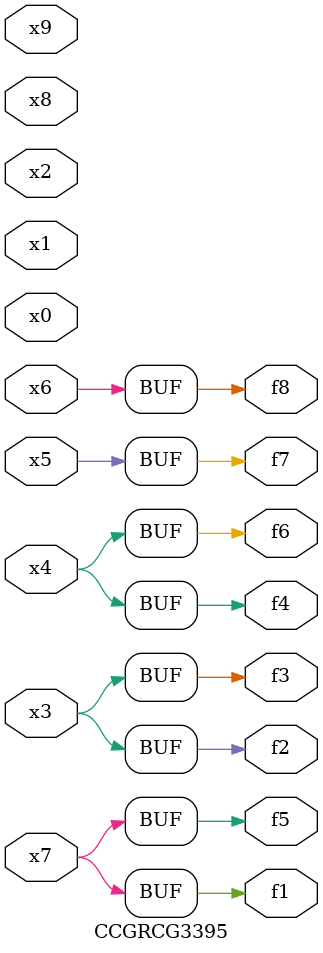
<source format=v>
module CCGRCG3395(
	input x0, x1, x2, x3, x4, x5, x6, x7, x8, x9,
	output f1, f2, f3, f4, f5, f6, f7, f8
);
	assign f1 = x7;
	assign f2 = x3;
	assign f3 = x3;
	assign f4 = x4;
	assign f5 = x7;
	assign f6 = x4;
	assign f7 = x5;
	assign f8 = x6;
endmodule

</source>
